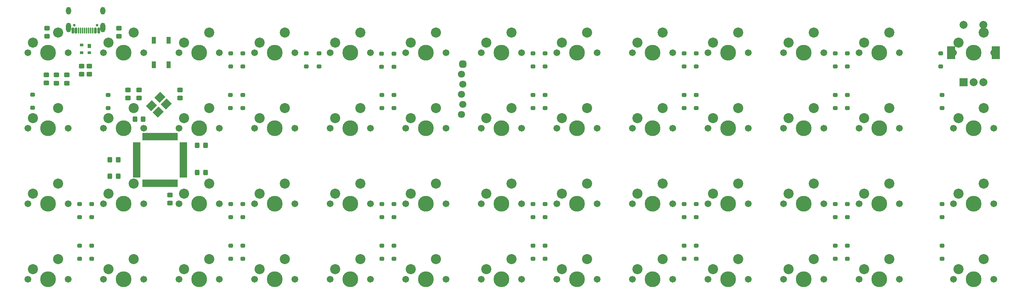
<source format=gbs>
G04 #@! TF.GenerationSoftware,KiCad,Pcbnew,(6.0.1-0)*
G04 #@! TF.CreationDate,2022-01-21T16:33:06-06:00*
G04 #@! TF.ProjectId,pcb,7063622e-6b69-4636-9164-5f7063625858,rev?*
G04 #@! TF.SameCoordinates,Original*
G04 #@! TF.FileFunction,Soldermask,Bot*
G04 #@! TF.FilePolarity,Negative*
%FSLAX46Y46*%
G04 Gerber Fmt 4.6, Leading zero omitted, Abs format (unit mm)*
G04 Created by KiCad (PCBNEW (6.0.1-0)) date 2022-01-21 16:33:06*
%MOMM*%
%LPD*%
G01*
G04 APERTURE LIST*
G04 Aperture macros list*
%AMRoundRect*
0 Rectangle with rounded corners*
0 $1 Rounding radius*
0 $2 $3 $4 $5 $6 $7 $8 $9 X,Y pos of 4 corners*
0 Add a 4 corners polygon primitive as box body*
4,1,4,$2,$3,$4,$5,$6,$7,$8,$9,$2,$3,0*
0 Add four circle primitives for the rounded corners*
1,1,$1+$1,$2,$3*
1,1,$1+$1,$4,$5*
1,1,$1+$1,$6,$7*
1,1,$1+$1,$8,$9*
0 Add four rect primitives between the rounded corners*
20,1,$1+$1,$2,$3,$4,$5,0*
20,1,$1+$1,$4,$5,$6,$7,0*
20,1,$1+$1,$6,$7,$8,$9,0*
20,1,$1+$1,$8,$9,$2,$3,0*%
%AMRotRect*
0 Rectangle, with rotation*
0 The origin of the aperture is its center*
0 $1 length*
0 $2 width*
0 $3 Rotation angle, in degrees counterclockwise*
0 Add horizontal line*
21,1,$1,$2,0,0,$3*%
G04 Aperture macros list end*
%ADD10C,1.701800*%
%ADD11C,3.987800*%
%ADD12C,2.540000*%
%ADD13R,2.000000X2.000000*%
%ADD14C,2.000000*%
%ADD15R,2.000000X3.200000*%
%ADD16RoundRect,0.249999X-0.450001X0.325001X-0.450001X-0.325001X0.450001X-0.325001X0.450001X0.325001X0*%
%ADD17RoundRect,0.250000X0.350000X-0.250000X0.350000X0.250000X-0.350000X0.250000X-0.350000X-0.250000X0*%
%ADD18RoundRect,0.250000X-0.350000X0.250000X-0.350000X-0.250000X0.350000X-0.250000X0.350000X0.250000X0*%
%ADD19C,1.803400*%
%ADD20RoundRect,0.501650X0.400050X0.400050X-0.400050X0.400050X-0.400050X-0.400050X0.400050X-0.400050X0*%
%ADD21R,1.100000X1.800000*%
%ADD22RoundRect,0.200000X-0.750000X-0.250000X0.750000X-0.250000X0.750000X0.250000X-0.750000X0.250000X0*%
%ADD23RoundRect,0.200000X-0.250000X-0.750000X0.250000X-0.750000X0.250000X0.750000X-0.250000X0.750000X0*%
%ADD24RoundRect,0.249999X0.325001X0.450001X-0.325001X0.450001X-0.325001X-0.450001X0.325001X-0.450001X0*%
%ADD25RoundRect,0.249999X0.450001X-0.325001X0.450001X0.325001X-0.450001X0.325001X-0.450001X-0.325001X0*%
%ADD26RotRect,2.100000X1.800000X45.000000*%
%ADD27C,0.650000*%
%ADD28RoundRect,0.150000X-0.150000X-0.575000X0.150000X-0.575000X0.150000X0.575000X-0.150000X0.575000X0*%
%ADD29RoundRect,0.075000X-0.075000X-0.650000X0.075000X-0.650000X0.075000X0.650000X-0.075000X0.650000X0*%
%ADD30O,1.300000X2.400000*%
%ADD31O,1.300000X1.900000*%
%ADD32RoundRect,0.249999X-0.325001X-0.450001X0.325001X-0.450001X0.325001X0.450001X-0.325001X0.450001X0*%
%ADD33RoundRect,0.050000X-0.350000X0.500000X-0.350000X-0.500000X0.350000X-0.500000X0.350000X0.500000X0*%
%ADD34RoundRect,0.050000X-0.350000X0.300000X-0.350000X-0.300000X0.350000X-0.300000X0.350000X0.300000X0*%
G04 APERTURE END LIST*
D10*
X119935625Y-53181250D03*
X130095625Y-53181250D03*
D11*
X125015625Y-53181250D03*
D12*
X121205625Y-50641250D03*
X127555625Y-48101250D03*
D10*
X196135625Y-53181250D03*
D11*
X201215625Y-53181250D03*
D10*
X206295625Y-53181250D03*
D12*
X197405625Y-50641250D03*
X203755625Y-48101250D03*
D10*
X187245625Y-53181250D03*
D11*
X182165625Y-53181250D03*
D10*
X177085625Y-53181250D03*
D12*
X178355625Y-50641250D03*
X184705625Y-48101250D03*
D11*
X163115625Y-53181250D03*
D10*
X168195625Y-53181250D03*
X158035625Y-53181250D03*
D12*
X159305625Y-50641250D03*
X165655625Y-48101250D03*
D11*
X86915625Y-53181250D03*
D10*
X91995625Y-53181250D03*
X81835625Y-53181250D03*
D12*
X83105625Y-50641250D03*
X89455625Y-48101250D03*
D10*
X215185625Y-53181250D03*
X225345625Y-53181250D03*
D11*
X220265625Y-53181250D03*
D12*
X216455625Y-50641250D03*
X222805625Y-48101250D03*
D10*
X234235625Y-53181250D03*
D11*
X239315625Y-53181250D03*
D10*
X244395625Y-53181250D03*
D12*
X235505625Y-50641250D03*
X241855625Y-48101250D03*
D11*
X86915625Y-72231250D03*
D10*
X81835625Y-72231250D03*
X91995625Y-72231250D03*
D12*
X83105625Y-69691250D03*
X89455625Y-67151250D03*
D10*
X100885625Y-72231250D03*
X111045625Y-72231250D03*
D11*
X105965625Y-72231250D03*
D12*
X102155625Y-69691250D03*
X108505625Y-67151250D03*
D10*
X149150799Y-72231250D03*
D11*
X144070799Y-72231250D03*
D10*
X138990799Y-72231250D03*
D12*
X140260799Y-69691250D03*
X146610799Y-67151250D03*
D10*
X282495625Y-53181250D03*
X272335625Y-53181250D03*
D11*
X277415625Y-53181250D03*
D12*
X273605625Y-50641250D03*
X279955625Y-48101250D03*
D10*
X168195625Y-72231250D03*
X158035625Y-72231250D03*
D11*
X163115625Y-72231250D03*
D12*
X159305625Y-69691250D03*
X165655625Y-67151250D03*
D10*
X187245625Y-72231250D03*
D11*
X182165625Y-72231250D03*
D10*
X177085625Y-72231250D03*
D12*
X178355625Y-69691250D03*
X184705625Y-67151250D03*
D10*
X196135625Y-72231250D03*
X206295625Y-72231250D03*
D11*
X201215625Y-72231250D03*
D12*
X197405625Y-69691250D03*
X203755625Y-67151250D03*
D10*
X111045625Y-110331250D03*
X100885625Y-110331250D03*
D11*
X105965625Y-110331250D03*
D12*
X102155625Y-107791250D03*
X108505625Y-105251250D03*
D10*
X119935625Y-110331250D03*
D11*
X125015625Y-110331250D03*
D10*
X130095625Y-110331250D03*
D12*
X121205625Y-107791250D03*
X127555625Y-105251250D03*
D10*
X149145625Y-110331250D03*
X138985625Y-110331250D03*
D11*
X144065625Y-110331250D03*
D12*
X140255625Y-107791250D03*
X146605625Y-105251250D03*
D11*
X163115625Y-110331250D03*
D10*
X168195625Y-110331250D03*
X158035625Y-110331250D03*
D12*
X159305625Y-107791250D03*
X165655625Y-105251250D03*
D10*
X177085625Y-110331250D03*
D11*
X182165625Y-110331250D03*
D10*
X187245625Y-110331250D03*
D12*
X178355625Y-107791250D03*
X184705625Y-105251250D03*
D10*
X225345625Y-110331250D03*
X215185625Y-110331250D03*
D11*
X220265625Y-110331250D03*
D12*
X216455625Y-107791250D03*
X222805625Y-105251250D03*
D10*
X234235625Y-110331250D03*
D11*
X239315625Y-110331250D03*
D10*
X244395625Y-110331250D03*
D12*
X235505625Y-107791250D03*
X241855625Y-105251250D03*
D11*
X258365625Y-110331250D03*
D10*
X263445625Y-110331250D03*
X253285625Y-110331250D03*
D12*
X254555625Y-107791250D03*
X260905625Y-105251250D03*
D11*
X277415625Y-110331250D03*
D10*
X272335625Y-110331250D03*
X282495625Y-110331250D03*
D12*
X273605625Y-107791250D03*
X279955625Y-105251250D03*
D10*
X206295625Y-110331250D03*
X196135625Y-110331250D03*
D11*
X201215625Y-110331250D03*
D12*
X197405625Y-107791250D03*
X203755625Y-105251250D03*
D10*
X272335625Y-91281250D03*
D11*
X277415625Y-91281250D03*
D10*
X282495625Y-91281250D03*
D12*
X273605625Y-88741250D03*
X279955625Y-86201250D03*
D10*
X253285625Y-91281250D03*
D11*
X258365625Y-91281250D03*
D10*
X263445625Y-91281250D03*
D12*
X254555625Y-88741250D03*
X260905625Y-86201250D03*
D11*
X220265625Y-91281250D03*
D10*
X215185625Y-91281250D03*
X225345625Y-91281250D03*
D12*
X216455625Y-88741250D03*
X222805625Y-86201250D03*
D10*
X177085625Y-91281250D03*
D11*
X182165625Y-91281250D03*
D10*
X187245625Y-91281250D03*
D12*
X178355625Y-88741250D03*
X184705625Y-86201250D03*
D10*
X138985625Y-91281250D03*
D11*
X144065625Y-91281250D03*
D10*
X149145625Y-91281250D03*
D12*
X140255625Y-88741250D03*
X146605625Y-86201250D03*
D11*
X86915625Y-91281250D03*
D10*
X81835625Y-91281250D03*
X91995625Y-91281250D03*
D12*
X83105625Y-88741250D03*
X89455625Y-86201250D03*
D10*
X168195625Y-91281250D03*
X158035625Y-91281250D03*
D11*
X163115625Y-91281250D03*
D12*
X159305625Y-88741250D03*
X165655625Y-86201250D03*
D11*
X296465625Y-72231250D03*
D10*
X291385625Y-72231250D03*
X301545625Y-72231250D03*
D12*
X292655625Y-69691250D03*
X299005625Y-67151250D03*
D11*
X125015625Y-91281250D03*
D10*
X130095625Y-91281250D03*
X119935625Y-91281250D03*
D12*
X121205625Y-88741250D03*
X127555625Y-86201250D03*
D11*
X105965625Y-91281250D03*
D10*
X100885625Y-91281250D03*
X111045625Y-91281250D03*
D12*
X102155625Y-88741250D03*
X108505625Y-86201250D03*
D10*
X263445625Y-72231250D03*
X253285625Y-72231250D03*
D11*
X258365625Y-72231250D03*
D12*
X254555625Y-69691250D03*
X260905625Y-67151250D03*
D10*
X234235625Y-72231250D03*
X244395625Y-72231250D03*
D11*
X239315625Y-72231250D03*
D12*
X235505625Y-69691250D03*
X241855625Y-67151250D03*
D10*
X282495625Y-72231250D03*
D11*
X277415625Y-72231250D03*
D10*
X272335625Y-72231250D03*
D12*
X273605625Y-69691250D03*
X279955625Y-67151250D03*
D10*
X291385625Y-110331250D03*
D11*
X296465625Y-110331250D03*
D10*
X301545625Y-110331250D03*
D12*
X292655625Y-107791250D03*
X299005625Y-105251250D03*
D10*
X301545625Y-91281250D03*
D11*
X296465625Y-91281250D03*
D10*
X291385625Y-91281250D03*
D12*
X292655625Y-88741250D03*
X299005625Y-86201250D03*
D11*
X320278125Y-53181250D03*
D10*
X325358125Y-53181250D03*
X315198125Y-53181250D03*
D12*
X316468125Y-50641250D03*
X322818125Y-48101250D03*
D10*
X301545625Y-53181250D03*
D11*
X296465625Y-53181250D03*
D10*
X291385625Y-53181250D03*
D12*
X292655625Y-50641250D03*
X299005625Y-48101250D03*
D13*
X317752725Y-60693950D03*
D14*
X322752725Y-60693950D03*
X320252725Y-60693950D03*
D15*
X325852725Y-53193950D03*
X314652725Y-53193950D03*
D14*
X322752725Y-46193950D03*
X317752725Y-46193950D03*
D10*
X111045625Y-53181250D03*
X100885625Y-53181250D03*
D11*
X105965625Y-53181250D03*
D12*
X102155625Y-50641250D03*
X108505625Y-48101250D03*
D11*
X144065625Y-53181250D03*
D10*
X149145625Y-53181250D03*
X138985625Y-53181250D03*
D12*
X140255625Y-50641250D03*
X146605625Y-48101250D03*
D10*
X325358185Y-110331530D03*
X315198185Y-110331530D03*
D11*
X320278185Y-110331530D03*
D12*
X316468185Y-107791530D03*
X322818185Y-105251530D03*
D10*
X325358185Y-72231370D03*
X315198185Y-72231370D03*
D11*
X320278185Y-72231370D03*
D12*
X316468185Y-69691370D03*
X322818185Y-67151370D03*
D10*
X325358185Y-91281450D03*
D11*
X320278185Y-91281450D03*
D10*
X315198185Y-91281450D03*
D12*
X316468185Y-88741450D03*
X322818185Y-86201450D03*
D10*
X196135625Y-91281250D03*
D11*
X201215625Y-91281250D03*
D10*
X206295625Y-91281250D03*
D12*
X197405625Y-88741250D03*
X203755625Y-86201250D03*
D11*
X239315625Y-91281250D03*
D10*
X244395625Y-91281250D03*
X234235625Y-91281250D03*
D12*
X235505625Y-88741250D03*
X241855625Y-86201250D03*
D10*
X81835625Y-110331250D03*
X91995625Y-110331250D03*
D11*
X86915625Y-110331250D03*
D12*
X83105625Y-107791250D03*
X89455625Y-105251250D03*
D10*
X253285625Y-53181250D03*
X263445625Y-53181250D03*
D11*
X258365625Y-53181250D03*
D12*
X254555625Y-50641250D03*
X260905625Y-48101250D03*
D10*
X130095625Y-72231250D03*
D11*
X125015625Y-72231250D03*
D10*
X119935625Y-72231250D03*
D12*
X121205625Y-69691250D03*
X127555625Y-67151250D03*
D10*
X215185625Y-72231250D03*
D11*
X220265625Y-72231250D03*
D10*
X225345625Y-72231250D03*
D12*
X216455625Y-69691250D03*
X222805625Y-67151250D03*
D16*
X117690625Y-89131250D03*
X117690625Y-91181250D03*
D17*
X97990625Y-94706250D03*
X97990625Y-91406250D03*
D18*
X209190625Y-63856250D03*
X209190625Y-67156250D03*
X171090625Y-63856250D03*
X171090625Y-67156250D03*
X136090625Y-63856250D03*
X136090625Y-67156250D03*
X102140625Y-63856250D03*
X102140625Y-67156250D03*
D17*
X285390625Y-56706250D03*
X285390625Y-53406250D03*
X250390625Y-56706250D03*
X250390625Y-53406250D03*
X212290625Y-56706250D03*
X212290625Y-53406250D03*
X209190625Y-56706250D03*
X209190625Y-53406250D03*
X174160999Y-56733377D03*
X174160999Y-53433377D03*
X170985999Y-56733377D03*
X170985999Y-53433377D03*
X155260999Y-56706250D03*
X155260999Y-53406250D03*
D18*
X288490625Y-101906250D03*
X288490625Y-105206250D03*
X285390625Y-101906250D03*
X285390625Y-105206250D03*
X250390625Y-101906250D03*
X250390625Y-105206250D03*
X247290625Y-101899377D03*
X247290625Y-105199377D03*
X212283999Y-101899377D03*
X212283999Y-105199377D03*
X209200000Y-101899377D03*
X209200000Y-105199377D03*
D17*
X212290625Y-94706250D03*
X212290625Y-91406250D03*
D18*
X285390625Y-63856250D03*
X285390625Y-67156250D03*
D17*
X209190625Y-94706250D03*
X209190625Y-91406250D03*
X171085999Y-94706250D03*
X171085999Y-91406250D03*
X132990625Y-94706250D03*
X132990625Y-91406250D03*
D18*
X288490625Y-63856250D03*
X288490625Y-67156250D03*
D17*
X285390625Y-94706250D03*
X285390625Y-91406250D03*
X250390625Y-94706250D03*
X250390625Y-91406250D03*
X247290625Y-94706250D03*
X247290625Y-91406250D03*
D18*
X174190625Y-101906250D03*
X174190625Y-105206250D03*
D17*
X152085999Y-56706250D03*
X152085999Y-53406250D03*
D18*
X212290625Y-63856250D03*
X212290625Y-67156250D03*
D19*
X191140000Y-68800000D03*
X191140000Y-58640000D03*
X191140000Y-63720000D03*
X191546400Y-66260000D03*
X191546400Y-61180000D03*
D20*
X191546400Y-56100000D03*
D17*
X288490625Y-56706250D03*
X288490625Y-53406250D03*
D18*
X312290625Y-101906250D03*
X312290625Y-105206250D03*
X312290625Y-63856250D03*
X312290625Y-67156250D03*
D17*
X312290625Y-94706250D03*
X312290625Y-91406250D03*
D21*
X113640785Y-50081290D03*
X117340785Y-56281290D03*
X117340785Y-50081290D03*
X113640785Y-56281290D03*
D22*
X109290625Y-84256250D03*
X109290625Y-83456250D03*
X109290625Y-82656250D03*
X109290625Y-81856250D03*
X109290625Y-81056250D03*
X109290625Y-80256250D03*
X109290625Y-79456250D03*
X109290625Y-78656250D03*
X109290625Y-77856250D03*
X109290625Y-77056250D03*
X109290625Y-76256250D03*
D23*
X111190625Y-74356250D03*
X111990625Y-74356250D03*
X112790625Y-74356250D03*
X113590625Y-74356250D03*
X114390625Y-74356250D03*
X115190625Y-74356250D03*
X115990625Y-74356250D03*
X116790625Y-74356250D03*
X117590625Y-74356250D03*
X118390625Y-74356250D03*
X119190625Y-74356250D03*
D22*
X121090625Y-76256250D03*
X121090625Y-77056250D03*
X121090625Y-77856250D03*
X121090625Y-78656250D03*
X121090625Y-79456250D03*
X121090625Y-80256250D03*
X121090625Y-81056250D03*
X121090625Y-81856250D03*
X121090625Y-82656250D03*
X121090625Y-83456250D03*
X121090625Y-84256250D03*
D23*
X119190625Y-86156250D03*
X118390625Y-86156250D03*
X117590625Y-86156250D03*
X116790625Y-86156250D03*
X115990625Y-86156250D03*
X115190625Y-86156250D03*
X114390625Y-86156250D03*
X113590625Y-86156250D03*
X112790625Y-86156250D03*
X111990625Y-86156250D03*
X111190625Y-86156250D03*
D24*
X110915625Y-69956250D03*
X108865625Y-69956250D03*
D25*
X120190625Y-64681250D03*
X120190625Y-62631250D03*
X109890625Y-64681250D03*
X109890625Y-62631250D03*
D26*
X113052147Y-66568382D03*
X115102757Y-64517772D03*
X116729103Y-66144118D03*
X114678493Y-68194728D03*
D25*
X91690625Y-60881250D03*
X91690625Y-58831250D03*
D27*
X99329825Y-46312315D03*
X93549825Y-46312315D03*
D28*
X93189825Y-47638315D03*
X93989825Y-47638315D03*
D29*
X95189825Y-47638315D03*
X96185825Y-47638315D03*
X96689825Y-47638315D03*
X97689825Y-47638315D03*
D28*
X99689825Y-47638315D03*
X98889825Y-47638315D03*
D29*
X98189825Y-47638315D03*
X97189825Y-47638315D03*
X95689825Y-47638315D03*
X94689825Y-47638315D03*
D30*
X100739825Y-46863315D03*
D31*
X100739825Y-42663315D03*
X92139825Y-42663315D03*
D30*
X92139825Y-46863315D03*
D25*
X97390625Y-58667186D03*
X97390625Y-56617186D03*
D16*
X86690625Y-47025000D03*
X86690625Y-49075000D03*
X89090625Y-58831250D03*
X89090625Y-60881250D03*
D25*
X86490625Y-60875000D03*
X86490625Y-58825000D03*
D18*
X136090625Y-101899377D03*
X136090625Y-105199377D03*
X132990625Y-101906250D03*
X132990625Y-105206250D03*
D32*
X124565625Y-76556250D03*
X126615625Y-76556250D03*
D25*
X95390625Y-58667186D03*
X95390625Y-56617186D03*
D24*
X104615625Y-84356250D03*
X102565625Y-84356250D03*
X104615625Y-80256250D03*
X102565625Y-80256250D03*
X126615625Y-83456250D03*
X124565625Y-83456250D03*
D18*
X83090625Y-63806250D03*
X83090625Y-67106250D03*
X94890625Y-101906250D03*
X94890625Y-105206250D03*
X97990625Y-101906250D03*
X97990625Y-105206250D03*
X171090625Y-101906250D03*
X171090625Y-105206250D03*
D17*
X136090625Y-94706250D03*
X136090625Y-91406250D03*
X174150000Y-94706250D03*
X174150000Y-91406250D03*
X288490625Y-94706250D03*
X288490625Y-91406250D03*
X94890625Y-94706250D03*
X94890625Y-91406250D03*
X136090625Y-56706250D03*
X136090625Y-53406250D03*
X311990625Y-56706250D03*
X311990625Y-53406250D03*
X247290625Y-56706250D03*
X247290625Y-53406250D03*
X132999835Y-56699950D03*
X132999835Y-53399950D03*
D16*
X107090625Y-62631250D03*
X107090625Y-64681250D03*
D18*
X250390625Y-63856250D03*
X250390625Y-67156250D03*
X247290625Y-63856250D03*
X247290625Y-67156250D03*
X174190625Y-63856250D03*
X174190625Y-67156250D03*
X132940625Y-63856250D03*
X132940625Y-67156250D03*
D16*
X104790625Y-47031250D03*
X104790625Y-49081250D03*
D33*
X97390625Y-51492186D03*
D34*
X97390625Y-53192186D03*
X95390625Y-53192186D03*
X95390625Y-51292186D03*
M02*

</source>
